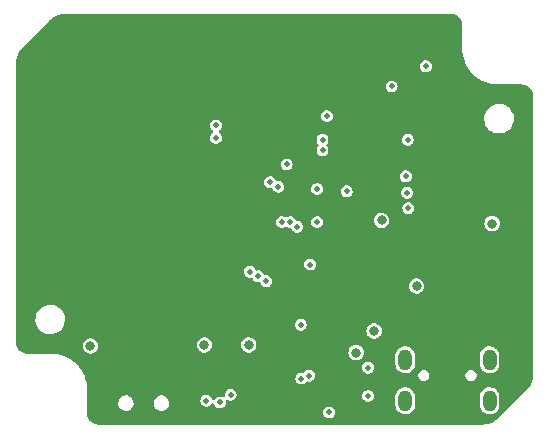
<source format=gbr>
%TF.GenerationSoftware,KiCad,Pcbnew,7.0.1*%
%TF.CreationDate,2024-02-15T14:19:22+01:00*%
%TF.ProjectId,stm32f405-sensorleap-v1,73746d33-3266-4343-9035-2d73656e736f,rev?*%
%TF.SameCoordinates,Original*%
%TF.FileFunction,Copper,L3,Inr*%
%TF.FilePolarity,Positive*%
%FSLAX46Y46*%
G04 Gerber Fmt 4.6, Leading zero omitted, Abs format (unit mm)*
G04 Created by KiCad (PCBNEW 7.0.1) date 2024-02-15 14:19:22*
%MOMM*%
%LPD*%
G01*
G04 APERTURE LIST*
%TA.AperFunction,ComponentPad*%
%ADD10O,1.150000X1.800000*%
%TD*%
%TA.AperFunction,ViaPad*%
%ADD11C,0.800000*%
%TD*%
%TA.AperFunction,ViaPad*%
%ADD12C,0.609600*%
%TD*%
%TA.AperFunction,ViaPad*%
%ADD13C,0.500000*%
%TD*%
G04 APERTURE END LIST*
D10*
%TO.N,unconnected-(J402-Shield-Pad6)*%
%TO.C,J402*%
X133050000Y-129416029D03*
X133050000Y-132886029D03*
X140200000Y-129416029D03*
X140200000Y-132886029D03*
%TD*%
D11*
%TO.N,GND*%
X131200000Y-128148529D03*
X132113940Y-115773529D03*
X116653616Y-122923529D03*
X115503616Y-122923529D03*
X114528616Y-117498529D03*
X133908940Y-112123529D03*
D12*
X111113940Y-122248529D03*
X111113940Y-121248529D03*
X111113940Y-120248529D03*
X111113940Y-119248529D03*
X111113940Y-118248529D03*
X111113940Y-117248529D03*
X112153616Y-116248529D03*
X113153616Y-116248529D03*
X114153616Y-116248529D03*
X115153616Y-116248529D03*
X112153616Y-124323529D03*
X113153616Y-124323529D03*
X114153616Y-124323529D03*
D13*
X128513940Y-132273529D03*
X137799440Y-108969529D03*
X111590000Y-107053529D03*
X123513940Y-114973529D03*
X140597880Y-116658529D03*
X102890000Y-110573529D03*
X112690000Y-111173529D03*
X108400000Y-103717529D03*
X103000000Y-102200000D03*
X140513940Y-127273529D03*
X112400000Y-100517529D03*
X121513940Y-104273529D03*
X109130000Y-105253529D03*
X121013940Y-114973529D03*
D11*
X135613940Y-119698529D03*
D13*
X109990000Y-112073529D03*
X109990000Y-111173529D03*
X103913940Y-120723529D03*
X109513940Y-129273529D03*
X131800000Y-133900000D03*
X111090000Y-105553529D03*
X114000000Y-101317529D03*
X109130000Y-104653529D03*
X105490000Y-113073529D03*
X109630000Y-107353529D03*
X108400000Y-101317529D03*
X107000000Y-105173529D03*
D11*
X141000000Y-120100000D03*
D13*
X136300000Y-102200000D03*
X124397500Y-106419529D03*
X127413940Y-120923529D03*
D12*
X111113940Y-123248529D03*
D13*
X112400000Y-101317529D03*
X106800000Y-103717529D03*
X134400000Y-131923529D03*
X113200000Y-100517529D03*
D11*
X139463940Y-121098529D03*
X143000000Y-120400000D03*
D13*
X101013940Y-122673529D03*
X107600000Y-101317529D03*
X128513940Y-112273529D03*
D11*
X134363940Y-120898529D03*
X130413940Y-113073529D03*
D13*
X112690000Y-112073529D03*
X119900000Y-123948529D03*
X107600000Y-102917529D03*
X112400000Y-102917529D03*
X133663940Y-109723529D03*
X105513940Y-102217529D03*
X121563940Y-126373529D03*
X103000000Y-105173529D03*
X111790000Y-111173529D03*
X106240000Y-110343529D03*
X114040000Y-107123529D03*
X111790000Y-112073529D03*
X111590000Y-106453529D03*
X109130000Y-105853529D03*
X137950000Y-128273529D03*
X108400000Y-100517529D03*
X121413940Y-117873529D03*
X111590000Y-105853529D03*
X127400000Y-122800000D03*
D11*
X112153940Y-123193529D03*
D13*
X108813940Y-115148529D03*
X109130000Y-106453529D03*
D11*
X137913940Y-119048529D03*
D13*
X107913940Y-126673529D03*
X107600000Y-103717529D03*
X113200000Y-102117529D03*
X103213940Y-113548529D03*
X108400000Y-102917529D03*
X114000000Y-100517529D03*
X106800000Y-100517529D03*
X105240000Y-110343529D03*
X114990000Y-107173529D03*
X128797500Y-108319529D03*
X105000000Y-105173529D03*
X115513940Y-102217529D03*
X112400000Y-103717529D03*
X114000000Y-103717529D03*
X112990000Y-105173529D03*
X109013940Y-119073529D03*
X107600000Y-100517529D03*
X118513940Y-108217529D03*
X127000000Y-129848529D03*
X131893440Y-104969529D03*
X110890000Y-112073529D03*
X112513940Y-129773529D03*
X111090000Y-106753529D03*
X110890000Y-111173529D03*
X121513940Y-107273529D03*
X140597880Y-115358529D03*
X106800000Y-102117529D03*
X113200000Y-102917529D03*
X111590000Y-105253529D03*
X114900000Y-111600000D03*
X113200000Y-103717529D03*
X111090000Y-104953529D03*
X116263940Y-127173529D03*
X111590000Y-104653529D03*
X136193440Y-104369529D03*
X103913940Y-119173529D03*
X133314940Y-112589529D03*
X113200000Y-101317529D03*
X106800000Y-102917529D03*
X128797500Y-105619529D03*
X109630000Y-106753529D03*
X109630000Y-105553529D03*
X109630000Y-106153529D03*
X140597880Y-112858529D03*
X111090000Y-106153529D03*
X121400000Y-119500000D03*
X124313940Y-132873529D03*
X109630000Y-104953529D03*
X132013940Y-109573529D03*
X112400000Y-102117529D03*
X101013940Y-118573529D03*
X114900000Y-113873529D03*
X128013940Y-108573529D03*
X108400000Y-102117529D03*
X111090000Y-107353529D03*
X101013940Y-111248529D03*
X107600000Y-102117529D03*
X114000000Y-102117529D03*
X109130000Y-107053529D03*
X114000000Y-102917529D03*
X106800000Y-101317529D03*
X118513940Y-105217529D03*
X118613940Y-134123529D03*
D11*
%TO.N,+3V3*%
X128903616Y-128798529D03*
X131053616Y-117602145D03*
X119800000Y-128148529D03*
X116050000Y-128148529D03*
X106400000Y-128248529D03*
X140413940Y-117873529D03*
X130413940Y-126973529D03*
X134013940Y-123173529D03*
D13*
%TO.N,NRST*%
X125000000Y-121348529D03*
X133113940Y-113873529D03*
%TO.N,Net-(D201-RK)*%
X126613940Y-133873529D03*
X129913940Y-132473529D03*
%TO.N,BOOT0*%
X122600000Y-117748529D03*
X118263940Y-132373529D03*
%TO.N,I2C1_SCL*%
X133261440Y-110794529D03*
X122313940Y-114773529D03*
X126047500Y-111669529D03*
%TO.N,I2C1_SDA*%
X121613940Y-114373529D03*
X126047500Y-110769529D03*
%TO.N,TIM3_CH1*%
X129913940Y-130073529D03*
X125600000Y-117748529D03*
%TO.N,TIM3_CH2*%
X123900000Y-118148529D03*
X124250000Y-130998529D03*
%TO.N,TIM4_CH1*%
X123300000Y-117748529D03*
X124900000Y-130748529D03*
%TO.N,SWCLK*%
X133313940Y-116573529D03*
X128100000Y-115148529D03*
%TO.N,SWO*%
X133213940Y-115273529D03*
X125600000Y-114948529D03*
%TO.N,IRQ_DW*%
X124200000Y-126448529D03*
X123013940Y-112873529D03*
%TO.N,INT_GYR*%
X131893440Y-106269529D03*
X120600000Y-122348529D03*
%TO.N,INT_ACC*%
X121300000Y-122748529D03*
X134799440Y-104569529D03*
%TO.N,Net-(D1-A)*%
X116213940Y-132873529D03*
X117013940Y-110617529D03*
%TO.N,Net-(D2-A)*%
X117013940Y-109567529D03*
X117363940Y-133023529D03*
%TO.N,IRQ_MM350*%
X126413940Y-108773529D03*
X119900000Y-121948529D03*
%TD*%
%TA.AperFunction,Conductor*%
%TO.N,GND*%
G36*
X136905392Y-100100972D02*
G01*
X136917433Y-100102025D01*
X136944880Y-100104426D01*
X136945961Y-100104526D01*
X137071776Y-100116918D01*
X137091685Y-100120541D01*
X137156467Y-100137899D01*
X137160203Y-100138966D01*
X137251570Y-100166682D01*
X137267959Y-100172952D01*
X137333867Y-100203686D01*
X137339867Y-100206685D01*
X137382639Y-100229548D01*
X137419046Y-100249008D01*
X137431715Y-100256791D01*
X137492889Y-100299625D01*
X137500430Y-100305346D01*
X137568455Y-100361172D01*
X137577472Y-100369345D01*
X137630653Y-100422526D01*
X137638826Y-100431543D01*
X137694652Y-100499568D01*
X137700373Y-100507109D01*
X137743207Y-100568283D01*
X137750990Y-100580952D01*
X137793304Y-100660114D01*
X137796328Y-100666163D01*
X137827041Y-100732027D01*
X137833319Y-100748436D01*
X137861008Y-100839713D01*
X137862123Y-100843616D01*
X137879454Y-100908298D01*
X137883082Y-100928238D01*
X137895456Y-101053882D01*
X137895581Y-101055223D01*
X137899028Y-101094604D01*
X137899500Y-101105416D01*
X137899500Y-103099500D01*
X137899500Y-103100000D01*
X137899500Y-103257250D01*
X137926511Y-103514244D01*
X137932375Y-103570031D01*
X137997761Y-103877649D01*
X138094947Y-104176761D01*
X138222865Y-104464066D01*
X138380112Y-104736428D01*
X138564975Y-104990870D01*
X138775413Y-105224586D01*
X139009129Y-105435024D01*
X139009132Y-105435026D01*
X139009133Y-105435027D01*
X139263568Y-105619885D01*
X139535932Y-105777134D01*
X139677535Y-105840180D01*
X139823238Y-105905052D01*
X139823240Y-105905052D01*
X139823241Y-105905053D01*
X140122348Y-106002238D01*
X140429974Y-106067626D01*
X140742750Y-106100500D01*
X140899901Y-106100500D01*
X140900000Y-106100500D01*
X140900500Y-106100500D01*
X142894587Y-106100500D01*
X142905392Y-106100972D01*
X142917433Y-106102025D01*
X142944880Y-106104426D01*
X142945961Y-106104526D01*
X143071776Y-106116918D01*
X143091685Y-106120541D01*
X143156467Y-106137899D01*
X143160203Y-106138966D01*
X143251570Y-106166682D01*
X143267959Y-106172952D01*
X143333867Y-106203686D01*
X143339867Y-106206685D01*
X143382639Y-106229548D01*
X143419046Y-106249008D01*
X143431715Y-106256791D01*
X143492889Y-106299625D01*
X143500430Y-106305346D01*
X143568455Y-106361172D01*
X143577472Y-106369345D01*
X143630653Y-106422526D01*
X143638826Y-106431543D01*
X143694652Y-106499568D01*
X143700373Y-106507109D01*
X143743207Y-106568283D01*
X143750990Y-106580952D01*
X143793304Y-106660114D01*
X143796328Y-106666163D01*
X143827041Y-106732027D01*
X143833319Y-106748436D01*
X143861008Y-106839713D01*
X143862123Y-106843616D01*
X143879454Y-106908298D01*
X143883082Y-106928238D01*
X143895456Y-107053882D01*
X143895581Y-107055223D01*
X143899028Y-107094604D01*
X143899500Y-107105416D01*
X143899500Y-130566519D01*
X143899305Y-130573475D01*
X143896542Y-130622653D01*
X143896472Y-130623806D01*
X143884738Y-130802846D01*
X143883251Y-130815509D01*
X143867545Y-130907943D01*
X143866915Y-130911361D01*
X143862096Y-130935591D01*
X143844928Y-131021903D01*
X143840524Y-131044042D01*
X143838060Y-131054180D01*
X143809976Y-131151660D01*
X143808241Y-131157190D01*
X143766986Y-131278724D01*
X143764128Y-131286319D01*
X143724653Y-131381619D01*
X143721304Y-131389010D01*
X143664531Y-131504133D01*
X143661847Y-131509269D01*
X143612783Y-131598045D01*
X143607357Y-131606955D01*
X143532190Y-131719451D01*
X143530218Y-131722316D01*
X143475971Y-131798770D01*
X143468069Y-131808774D01*
X143349866Y-131943558D01*
X143349100Y-131944423D01*
X143316235Y-131981201D01*
X143311353Y-131986359D01*
X140980915Y-134311442D01*
X140975962Y-134316120D01*
X140938765Y-134349361D01*
X140937904Y-134350123D01*
X140803549Y-134467968D01*
X140793538Y-134475876D01*
X140716413Y-134530599D01*
X140713549Y-134532571D01*
X140601770Y-134607260D01*
X140592859Y-134612686D01*
X140503589Y-134662023D01*
X140498452Y-134664708D01*
X140383880Y-134721207D01*
X140376489Y-134724555D01*
X140280718Y-134764224D01*
X140273123Y-134767083D01*
X140152164Y-134808141D01*
X140146632Y-134809875D01*
X140048619Y-134838110D01*
X140038483Y-134840574D01*
X139906596Y-134866805D01*
X139903184Y-134867434D01*
X139887486Y-134870101D01*
X139809971Y-134883269D01*
X139797310Y-134884755D01*
X139620377Y-134896346D01*
X139619225Y-134896416D01*
X139574417Y-134898932D01*
X139567781Y-134899305D01*
X139560837Y-134899500D01*
X107105416Y-134899500D01*
X107094606Y-134899028D01*
X107092001Y-134898800D01*
X107055223Y-134895581D01*
X107053882Y-134895456D01*
X106928238Y-134883082D01*
X106908298Y-134879454D01*
X106843616Y-134862123D01*
X106839713Y-134861008D01*
X106748436Y-134833319D01*
X106732027Y-134827041D01*
X106666163Y-134796328D01*
X106660114Y-134793304D01*
X106580952Y-134750990D01*
X106568283Y-134743207D01*
X106507109Y-134700373D01*
X106499568Y-134694652D01*
X106431543Y-134638826D01*
X106422526Y-134630653D01*
X106369345Y-134577472D01*
X106361172Y-134568455D01*
X106305346Y-134500430D01*
X106299625Y-134492889D01*
X106256791Y-134431715D01*
X106249008Y-134419046D01*
X106211760Y-134349361D01*
X106206685Y-134339867D01*
X106203686Y-134333867D01*
X106172952Y-134267959D01*
X106166682Y-134251570D01*
X106138966Y-134160203D01*
X106137899Y-134156467D01*
X106120541Y-134091685D01*
X106116918Y-134071776D01*
X106104526Y-133945961D01*
X106104426Y-133944880D01*
X106100972Y-133905392D01*
X106100500Y-133894587D01*
X106100500Y-133873529D01*
X126108293Y-133873529D01*
X126128774Y-134015986D01*
X126188563Y-134146903D01*
X126282810Y-134255670D01*
X126282812Y-134255672D01*
X126403887Y-134333482D01*
X126541979Y-134374029D01*
X126685901Y-134374029D01*
X126823993Y-134333482D01*
X126945068Y-134255672D01*
X127039317Y-134146902D01*
X127099105Y-134015986D01*
X127119587Y-133873529D01*
X127099105Y-133731072D01*
X127093409Y-133718600D01*
X127039316Y-133600154D01*
X126945069Y-133491387D01*
X126945068Y-133491386D01*
X126823993Y-133413576D01*
X126685901Y-133373029D01*
X126541979Y-133373029D01*
X126403887Y-133413576D01*
X126282810Y-133491387D01*
X126188563Y-133600154D01*
X126128774Y-133731071D01*
X126108293Y-133873529D01*
X106100500Y-133873529D01*
X106100500Y-133042362D01*
X108745623Y-133042362D01*
X108755943Y-133206387D01*
X108755944Y-133206389D01*
X108806732Y-133362700D01*
X108834002Y-133405670D01*
X108894797Y-133501469D01*
X108956797Y-133559690D01*
X109014607Y-133613977D01*
X109158632Y-133693156D01*
X109158634Y-133693157D01*
X109317821Y-133734029D01*
X109317823Y-133734029D01*
X109440925Y-133734029D01*
X109440927Y-133734029D01*
X109563059Y-133718600D01*
X109639464Y-133688348D01*
X109715871Y-133658097D01*
X109848837Y-133561492D01*
X109953600Y-133434855D01*
X110023579Y-133286142D01*
X110054376Y-133124699D01*
X110049196Y-133042362D01*
X111745623Y-133042362D01*
X111755943Y-133206387D01*
X111755944Y-133206389D01*
X111806732Y-133362700D01*
X111834002Y-133405670D01*
X111894797Y-133501469D01*
X111956797Y-133559690D01*
X112014607Y-133613977D01*
X112158632Y-133693156D01*
X112158634Y-133693157D01*
X112317821Y-133734029D01*
X112317823Y-133734029D01*
X112440925Y-133734029D01*
X112440927Y-133734029D01*
X112563059Y-133718600D01*
X112639464Y-133688348D01*
X112715871Y-133658097D01*
X112848837Y-133561492D01*
X112953600Y-133434855D01*
X113023579Y-133286142D01*
X113054376Y-133124699D01*
X113044056Y-132960669D01*
X113015742Y-132873528D01*
X115708293Y-132873528D01*
X115728774Y-133015986D01*
X115788563Y-133146903D01*
X115840108Y-133206389D01*
X115882812Y-133255672D01*
X116003887Y-133333482D01*
X116141979Y-133374029D01*
X116285901Y-133374029D01*
X116423993Y-133333482D01*
X116545068Y-133255672D01*
X116639317Y-133146902D01*
X116643919Y-133136826D01*
X116683827Y-133088019D01*
X116742578Y-133065145D01*
X116804982Y-133074117D01*
X116854908Y-133112616D01*
X116870732Y-133150058D01*
X116871368Y-133149768D01*
X116938563Y-133296903D01*
X117018828Y-133389534D01*
X117032812Y-133405672D01*
X117153887Y-133483482D01*
X117291979Y-133524029D01*
X117435901Y-133524029D01*
X117573993Y-133483482D01*
X117695068Y-133405672D01*
X117789317Y-133296902D01*
X117808093Y-133255789D01*
X132224500Y-133255789D01*
X132239045Y-133389533D01*
X132296377Y-133559690D01*
X132388949Y-133713546D01*
X132405550Y-133731071D01*
X132512431Y-133843904D01*
X132556125Y-133873529D01*
X132661047Y-133944669D01*
X132827850Y-134011129D01*
X132827853Y-134011130D01*
X133005045Y-134040179D01*
X133184339Y-134030458D01*
X133357351Y-133982422D01*
X133515992Y-133898315D01*
X133652843Y-133782073D01*
X133761507Y-133639128D01*
X133761506Y-133639128D01*
X133761508Y-133639127D01*
X133836900Y-133476169D01*
X133836899Y-133476169D01*
X133836901Y-133476167D01*
X133875500Y-133300808D01*
X133875500Y-133255789D01*
X139374500Y-133255789D01*
X139389045Y-133389533D01*
X139446377Y-133559690D01*
X139538949Y-133713546D01*
X139555550Y-133731071D01*
X139662431Y-133843904D01*
X139706125Y-133873529D01*
X139811047Y-133944669D01*
X139977850Y-134011129D01*
X139977853Y-134011130D01*
X140155045Y-134040179D01*
X140334339Y-134030458D01*
X140507351Y-133982422D01*
X140665992Y-133898315D01*
X140802843Y-133782073D01*
X140911507Y-133639128D01*
X140911506Y-133639128D01*
X140911508Y-133639127D01*
X140986900Y-133476169D01*
X140986899Y-133476169D01*
X140986901Y-133476167D01*
X141025500Y-133300808D01*
X141025500Y-132516269D01*
X141010954Y-132382524D01*
X140953622Y-132212367D01*
X140886107Y-132100156D01*
X140861050Y-132058511D01*
X140791006Y-131984567D01*
X140737569Y-131928154D01*
X140695899Y-131899901D01*
X140588952Y-131827388D01*
X140422149Y-131760928D01*
X140351270Y-131749308D01*
X140244955Y-131731879D01*
X140244952Y-131731879D01*
X140065660Y-131741599D01*
X139892649Y-131789635D01*
X139734008Y-131873742D01*
X139597156Y-131989985D01*
X139488491Y-132132930D01*
X139413099Y-132295888D01*
X139374500Y-132471250D01*
X139374500Y-133255789D01*
X133875500Y-133255789D01*
X133875500Y-132516269D01*
X133860954Y-132382524D01*
X133803622Y-132212367D01*
X133736107Y-132100156D01*
X133711050Y-132058511D01*
X133641006Y-131984567D01*
X133587569Y-131928154D01*
X133545899Y-131899901D01*
X133438952Y-131827388D01*
X133272149Y-131760928D01*
X133201270Y-131749308D01*
X133094955Y-131731879D01*
X133094952Y-131731879D01*
X132915660Y-131741599D01*
X132742649Y-131789635D01*
X132584008Y-131873742D01*
X132447156Y-131989985D01*
X132338491Y-132132930D01*
X132263099Y-132295888D01*
X132224500Y-132471250D01*
X132224500Y-133255789D01*
X117808093Y-133255789D01*
X117849105Y-133165986D01*
X117869587Y-133023529D01*
X117859359Y-132952390D01*
X117869303Y-132883232D01*
X117915058Y-132830428D01*
X117982097Y-132810744D01*
X118049135Y-132830428D01*
X118053887Y-132833482D01*
X118191979Y-132874029D01*
X118335901Y-132874029D01*
X118473993Y-132833482D01*
X118595068Y-132755672D01*
X118689317Y-132646902D01*
X118749105Y-132515986D01*
X118755209Y-132473529D01*
X129408293Y-132473529D01*
X129428774Y-132615986D01*
X129488563Y-132746903D01*
X129563584Y-132833482D01*
X129582812Y-132855672D01*
X129703887Y-132933482D01*
X129841979Y-132974029D01*
X129985901Y-132974029D01*
X130123993Y-132933482D01*
X130245068Y-132855672D01*
X130339317Y-132746902D01*
X130399105Y-132615986D01*
X130419587Y-132473529D01*
X130399105Y-132331072D01*
X130383038Y-132295891D01*
X130339316Y-132200154D01*
X130245069Y-132091387D01*
X130245068Y-132091386D01*
X130123993Y-132013576D01*
X129985901Y-131973029D01*
X129841979Y-131973029D01*
X129703887Y-132013576D01*
X129582810Y-132091387D01*
X129488563Y-132200154D01*
X129428774Y-132331071D01*
X129408293Y-132473529D01*
X118755209Y-132473529D01*
X118769587Y-132373529D01*
X118749105Y-132231072D01*
X118689317Y-132100156D01*
X118689316Y-132100155D01*
X118689316Y-132100154D01*
X118595069Y-131991387D01*
X118595068Y-131991386D01*
X118473993Y-131913576D01*
X118335901Y-131873029D01*
X118191979Y-131873029D01*
X118053887Y-131913576D01*
X117932810Y-131991387D01*
X117838563Y-132100154D01*
X117778774Y-132231071D01*
X117758293Y-132373529D01*
X117768520Y-132444668D01*
X117758576Y-132513825D01*
X117712821Y-132566629D01*
X117645782Y-132586313D01*
X117578744Y-132566629D01*
X117573994Y-132563576D01*
X117435901Y-132523029D01*
X117291979Y-132523029D01*
X117153887Y-132563576D01*
X117032810Y-132641387D01*
X116938561Y-132750156D01*
X116933958Y-132760236D01*
X116894047Y-132809042D01*
X116835295Y-132831912D01*
X116772890Y-132822937D01*
X116722966Y-132784435D01*
X116707148Y-132746999D01*
X116706512Y-132747290D01*
X116639316Y-132600154D01*
X116545069Y-132491387D01*
X116545068Y-132491386D01*
X116423993Y-132413576D01*
X116285901Y-132373029D01*
X116141979Y-132373029D01*
X116003887Y-132413576D01*
X115882810Y-132491387D01*
X115788563Y-132600154D01*
X115728774Y-132731071D01*
X115708293Y-132873528D01*
X113015742Y-132873528D01*
X112993268Y-132804358D01*
X112939392Y-132719463D01*
X112905202Y-132665588D01*
X112785393Y-132553081D01*
X112641365Y-132473900D01*
X112482179Y-132433029D01*
X112482177Y-132433029D01*
X112359075Y-132433029D01*
X112359073Y-132433029D01*
X112236940Y-132448457D01*
X112084129Y-132508960D01*
X111951165Y-132605563D01*
X111846399Y-132732204D01*
X111798742Y-132833481D01*
X111776421Y-132880916D01*
X111761207Y-132960669D01*
X111745623Y-133042362D01*
X110049196Y-133042362D01*
X110044056Y-132960669D01*
X109993268Y-132804358D01*
X109939392Y-132719463D01*
X109905202Y-132665588D01*
X109785393Y-132553081D01*
X109641365Y-132473900D01*
X109482179Y-132433029D01*
X109482177Y-132433029D01*
X109359075Y-132433029D01*
X109359073Y-132433029D01*
X109236940Y-132448457D01*
X109084129Y-132508960D01*
X108951165Y-132605563D01*
X108846399Y-132732204D01*
X108798742Y-132833481D01*
X108776421Y-132880916D01*
X108761207Y-132960669D01*
X108745623Y-133042362D01*
X106100500Y-133042362D01*
X106100500Y-131742753D01*
X106099357Y-131731879D01*
X106067626Y-131429974D01*
X106002238Y-131122348D01*
X105962007Y-130998528D01*
X123744353Y-130998528D01*
X123764834Y-131140986D01*
X123824623Y-131271903D01*
X123918870Y-131380670D01*
X123918872Y-131380672D01*
X124039947Y-131458482D01*
X124178039Y-131499029D01*
X124321961Y-131499029D01*
X124460053Y-131458482D01*
X124581128Y-131380672D01*
X124669957Y-131278156D01*
X124706846Y-131249147D01*
X124751880Y-131235923D01*
X124798598Y-131240384D01*
X124828039Y-131249029D01*
X124971961Y-131249029D01*
X125110053Y-131208482D01*
X125231128Y-131130672D01*
X125325377Y-131021902D01*
X125385165Y-130890986D01*
X125397615Y-130804396D01*
X134149500Y-130804396D01*
X134188022Y-130935591D01*
X134261943Y-131050616D01*
X134365282Y-131140159D01*
X134489657Y-131196960D01*
X134590989Y-131211529D01*
X134659011Y-131211529D01*
X134760342Y-131196960D01*
X134760341Y-131196960D01*
X134884718Y-131140159D01*
X134988055Y-131050618D01*
X135061978Y-130935590D01*
X135100500Y-130804396D01*
X138149500Y-130804396D01*
X138188022Y-130935591D01*
X138261943Y-131050616D01*
X138365282Y-131140159D01*
X138489657Y-131196960D01*
X138590989Y-131211529D01*
X138659011Y-131211529D01*
X138760342Y-131196960D01*
X138760341Y-131196960D01*
X138884718Y-131140159D01*
X138988055Y-131050618D01*
X139061978Y-130935590D01*
X139100500Y-130804396D01*
X139100500Y-130667662D01*
X139061978Y-130536468D01*
X139060059Y-130533482D01*
X138988056Y-130421441D01*
X138884717Y-130331898D01*
X138760342Y-130275097D01*
X138659011Y-130260529D01*
X138590989Y-130260529D01*
X138489657Y-130275097D01*
X138365282Y-130331898D01*
X138261943Y-130421441D01*
X138188022Y-130536466D01*
X138149500Y-130667662D01*
X138149500Y-130804396D01*
X135100500Y-130804396D01*
X135100500Y-130667662D01*
X135061978Y-130536468D01*
X135060059Y-130533482D01*
X134988056Y-130421441D01*
X134884717Y-130331898D01*
X134760342Y-130275097D01*
X134659011Y-130260529D01*
X134590989Y-130260529D01*
X134489657Y-130275097D01*
X134365282Y-130331898D01*
X134261943Y-130421441D01*
X134188022Y-130536466D01*
X134149500Y-130667662D01*
X134149500Y-130804396D01*
X125397615Y-130804396D01*
X125405647Y-130748529D01*
X125385165Y-130606072D01*
X125370531Y-130574029D01*
X125325376Y-130475154D01*
X125231129Y-130366387D01*
X125231128Y-130366386D01*
X125110053Y-130288576D01*
X124971961Y-130248029D01*
X124828039Y-130248029D01*
X124689947Y-130288576D01*
X124568871Y-130366385D01*
X124480045Y-130468898D01*
X124421267Y-130506672D01*
X124351398Y-130506672D01*
X124321962Y-130498029D01*
X124321961Y-130498029D01*
X124178039Y-130498029D01*
X124039947Y-130538576D01*
X123918870Y-130616387D01*
X123824623Y-130725154D01*
X123764834Y-130856071D01*
X123744353Y-130998528D01*
X105962007Y-130998528D01*
X105905053Y-130823241D01*
X105901610Y-130815509D01*
X105812955Y-130616387D01*
X105777134Y-130535932D01*
X105647889Y-130312072D01*
X105619887Y-130263571D01*
X105585314Y-130215986D01*
X105481813Y-130073529D01*
X129408293Y-130073529D01*
X129428774Y-130215986D01*
X129488563Y-130346903D01*
X129559107Y-130428315D01*
X129582812Y-130455672D01*
X129703887Y-130533482D01*
X129841979Y-130574029D01*
X129985901Y-130574029D01*
X130123993Y-130533482D01*
X130245068Y-130455672D01*
X130339317Y-130346902D01*
X130399105Y-130215986D01*
X130419587Y-130073529D01*
X130399105Y-129931072D01*
X130393835Y-129919533D01*
X130339316Y-129800154D01*
X130326869Y-129785789D01*
X132224500Y-129785789D01*
X132239045Y-129919533D01*
X132296377Y-130089690D01*
X132388949Y-130243546D01*
X132418837Y-130275098D01*
X132512431Y-130373904D01*
X132551289Y-130400250D01*
X132661047Y-130474669D01*
X132827850Y-130541129D01*
X132827853Y-130541130D01*
X133005045Y-130570179D01*
X133184339Y-130560458D01*
X133357351Y-130512422D01*
X133515992Y-130428315D01*
X133652843Y-130312073D01*
X133761507Y-130169128D01*
X133761506Y-130169128D01*
X133761508Y-130169127D01*
X133836900Y-130006169D01*
X133836899Y-130006169D01*
X133836901Y-130006167D01*
X133875500Y-129830808D01*
X133875500Y-129785789D01*
X139374500Y-129785789D01*
X139389045Y-129919533D01*
X139446377Y-130089690D01*
X139538949Y-130243546D01*
X139568837Y-130275098D01*
X139662431Y-130373904D01*
X139701289Y-130400250D01*
X139811047Y-130474669D01*
X139977850Y-130541129D01*
X139977853Y-130541130D01*
X140155045Y-130570179D01*
X140334339Y-130560458D01*
X140507351Y-130512422D01*
X140665992Y-130428315D01*
X140802843Y-130312073D01*
X140911507Y-130169128D01*
X140911506Y-130169128D01*
X140911508Y-130169127D01*
X140986900Y-130006169D01*
X140986899Y-130006169D01*
X140986901Y-130006167D01*
X141025500Y-129830808D01*
X141025500Y-129046269D01*
X141010954Y-128912524D01*
X140953622Y-128742367D01*
X140920797Y-128687812D01*
X140861050Y-128588511D01*
X140796138Y-128519985D01*
X140737569Y-128458154D01*
X140679889Y-128419046D01*
X140588952Y-128357388D01*
X140422149Y-128290928D01*
X140351270Y-128279308D01*
X140244955Y-128261879D01*
X140244952Y-128261879D01*
X140065660Y-128271599D01*
X139892649Y-128319635D01*
X139734008Y-128403742D01*
X139597156Y-128519985D01*
X139488491Y-128662930D01*
X139413099Y-128825888D01*
X139374500Y-129001250D01*
X139374500Y-129785789D01*
X133875500Y-129785789D01*
X133875500Y-129046269D01*
X133860954Y-128912524D01*
X133803622Y-128742367D01*
X133770797Y-128687812D01*
X133711050Y-128588511D01*
X133646138Y-128519985D01*
X133587569Y-128458154D01*
X133529889Y-128419046D01*
X133438952Y-128357388D01*
X133272149Y-128290928D01*
X133201270Y-128279308D01*
X133094955Y-128261879D01*
X133094952Y-128261879D01*
X132915660Y-128271599D01*
X132742649Y-128319635D01*
X132584008Y-128403742D01*
X132447156Y-128519985D01*
X132338491Y-128662930D01*
X132263099Y-128825888D01*
X132224500Y-129001250D01*
X132224500Y-129785789D01*
X130326869Y-129785789D01*
X130245069Y-129691387D01*
X130245068Y-129691386D01*
X130123993Y-129613576D01*
X129985901Y-129573029D01*
X129841979Y-129573029D01*
X129703887Y-129613576D01*
X129582810Y-129691387D01*
X129488563Y-129800154D01*
X129428774Y-129931071D01*
X129408293Y-130073529D01*
X105481813Y-130073529D01*
X105435027Y-130009133D01*
X105435026Y-130009132D01*
X105435024Y-130009129D01*
X105224586Y-129775413D01*
X104990870Y-129564975D01*
X104736428Y-129380112D01*
X104464066Y-129222865D01*
X104176761Y-129094947D01*
X103877649Y-128997761D01*
X103570031Y-128932375D01*
X103570030Y-128932374D01*
X103570026Y-128932374D01*
X103257250Y-128899500D01*
X103257247Y-128899500D01*
X101105416Y-128899500D01*
X101094606Y-128899028D01*
X101092001Y-128898800D01*
X101055223Y-128895581D01*
X101053882Y-128895456D01*
X100928238Y-128883082D01*
X100908298Y-128879454D01*
X100843616Y-128862123D01*
X100839713Y-128861008D01*
X100748436Y-128833319D01*
X100732027Y-128827041D01*
X100666163Y-128796328D01*
X100660114Y-128793304D01*
X100580952Y-128750990D01*
X100568283Y-128743207D01*
X100507109Y-128700373D01*
X100499568Y-128694652D01*
X100431543Y-128638826D01*
X100422526Y-128630653D01*
X100369345Y-128577472D01*
X100361172Y-128568455D01*
X100305346Y-128500430D01*
X100299625Y-128492889D01*
X100256791Y-128431715D01*
X100249008Y-128419046D01*
X100219585Y-128364000D01*
X100206685Y-128339867D01*
X100203686Y-128333867D01*
X100172952Y-128267959D01*
X100166682Y-128251570D01*
X100165760Y-128248529D01*
X105744721Y-128248529D01*
X105763763Y-128405347D01*
X105819780Y-128553052D01*
X105909515Y-128683057D01*
X105909516Y-128683058D01*
X105909517Y-128683059D01*
X106027760Y-128787812D01*
X106167635Y-128861225D01*
X106321015Y-128899029D01*
X106478985Y-128899029D01*
X106632365Y-128861225D01*
X106772240Y-128787812D01*
X106890483Y-128683059D01*
X106980220Y-128553052D01*
X107036237Y-128405347D01*
X107055278Y-128248529D01*
X107043136Y-128148529D01*
X115394721Y-128148529D01*
X115413763Y-128305347D01*
X115469780Y-128453052D01*
X115559515Y-128583057D01*
X115559516Y-128583058D01*
X115559517Y-128583059D01*
X115677760Y-128687812D01*
X115817635Y-128761225D01*
X115971015Y-128799029D01*
X116128985Y-128799029D01*
X116282365Y-128761225D01*
X116422240Y-128687812D01*
X116540483Y-128583059D01*
X116630220Y-128453052D01*
X116686237Y-128305347D01*
X116705278Y-128148529D01*
X119144721Y-128148529D01*
X119163763Y-128305347D01*
X119219780Y-128453052D01*
X119309515Y-128583057D01*
X119309516Y-128583058D01*
X119309517Y-128583059D01*
X119427760Y-128687812D01*
X119567635Y-128761225D01*
X119721015Y-128799029D01*
X119878985Y-128799029D01*
X119881014Y-128798529D01*
X128248337Y-128798529D01*
X128267379Y-128955347D01*
X128323396Y-129103052D01*
X128413131Y-129233057D01*
X128413132Y-129233058D01*
X128413133Y-129233059D01*
X128531376Y-129337812D01*
X128671251Y-129411225D01*
X128824631Y-129449029D01*
X128982601Y-129449029D01*
X129135981Y-129411225D01*
X129275856Y-129337812D01*
X129394099Y-129233059D01*
X129483836Y-129103052D01*
X129539853Y-128955347D01*
X129558894Y-128798529D01*
X129539853Y-128641711D01*
X129483836Y-128494006D01*
X129394099Y-128363999D01*
X129275856Y-128259246D01*
X129242709Y-128241849D01*
X129135980Y-128185832D01*
X128982601Y-128148029D01*
X128824631Y-128148029D01*
X128671251Y-128185832D01*
X128531377Y-128259245D01*
X128413131Y-128364000D01*
X128323396Y-128494005D01*
X128267379Y-128641710D01*
X128248337Y-128798529D01*
X119881014Y-128798529D01*
X120032365Y-128761225D01*
X120172240Y-128687812D01*
X120290483Y-128583059D01*
X120380220Y-128453052D01*
X120436237Y-128305347D01*
X120455278Y-128148529D01*
X120436237Y-127991711D01*
X120380220Y-127844006D01*
X120290483Y-127713999D01*
X120172240Y-127609246D01*
X120128378Y-127586225D01*
X120032364Y-127535832D01*
X119878985Y-127498029D01*
X119721015Y-127498029D01*
X119567635Y-127535832D01*
X119427761Y-127609245D01*
X119309515Y-127714000D01*
X119219780Y-127844005D01*
X119163763Y-127991710D01*
X119144721Y-128148529D01*
X116705278Y-128148529D01*
X116686237Y-127991711D01*
X116630220Y-127844006D01*
X116540483Y-127713999D01*
X116422240Y-127609246D01*
X116378378Y-127586225D01*
X116282364Y-127535832D01*
X116128985Y-127498029D01*
X115971015Y-127498029D01*
X115817635Y-127535832D01*
X115677761Y-127609245D01*
X115559515Y-127714000D01*
X115469780Y-127844005D01*
X115413763Y-127991710D01*
X115394721Y-128148529D01*
X107043136Y-128148529D01*
X107036237Y-128091711D01*
X106980220Y-127944006D01*
X106890483Y-127813999D01*
X106772240Y-127709246D01*
X106758994Y-127702294D01*
X106632364Y-127635832D01*
X106478985Y-127598029D01*
X106321015Y-127598029D01*
X106167635Y-127635832D01*
X106027761Y-127709245D01*
X105909515Y-127814000D01*
X105819780Y-127944005D01*
X105763763Y-128091710D01*
X105744721Y-128248529D01*
X100165760Y-128248529D01*
X100138966Y-128160203D01*
X100137899Y-128156467D01*
X100120541Y-128091685D01*
X100116918Y-128071776D01*
X100104526Y-127945961D01*
X100104426Y-127944880D01*
X100100972Y-127905392D01*
X100100500Y-127894587D01*
X100100500Y-126056328D01*
X101745709Y-126056328D01*
X101775925Y-126279388D01*
X101830882Y-126448529D01*
X101845483Y-126493464D01*
X101952148Y-126691681D01*
X102051856Y-126816710D01*
X102062988Y-126830670D01*
X102092492Y-126867666D01*
X102262004Y-127015765D01*
X102262006Y-127015766D01*
X102455237Y-127131216D01*
X102573214Y-127175493D01*
X102665976Y-127210307D01*
X102887453Y-127250500D01*
X103056153Y-127250500D01*
X103056155Y-127250500D01*
X103224188Y-127235377D01*
X103441170Y-127175493D01*
X103643973Y-127077829D01*
X103787530Y-126973529D01*
X129758661Y-126973529D01*
X129777703Y-127130347D01*
X129833720Y-127278052D01*
X129923455Y-127408057D01*
X129923456Y-127408058D01*
X129923457Y-127408059D01*
X130041700Y-127512812D01*
X130181575Y-127586225D01*
X130334955Y-127624029D01*
X130492925Y-127624029D01*
X130646305Y-127586225D01*
X130786180Y-127512812D01*
X130904423Y-127408059D01*
X130994160Y-127278052D01*
X131050177Y-127130347D01*
X131069218Y-126973529D01*
X131050177Y-126816711D01*
X130994160Y-126669006D01*
X130949291Y-126604002D01*
X130904424Y-126539000D01*
X130853024Y-126493464D01*
X130786180Y-126434246D01*
X130698042Y-126387987D01*
X130646304Y-126360832D01*
X130492925Y-126323029D01*
X130334955Y-126323029D01*
X130181575Y-126360832D01*
X130041701Y-126434245D01*
X129923455Y-126539000D01*
X129833720Y-126669005D01*
X129777703Y-126816710D01*
X129758661Y-126973529D01*
X103787530Y-126973529D01*
X103826078Y-126945522D01*
X103981632Y-126782825D01*
X104105635Y-126594968D01*
X104168226Y-126448529D01*
X123694353Y-126448529D01*
X123714834Y-126590986D01*
X123774623Y-126721903D01*
X123868870Y-126830670D01*
X123868872Y-126830672D01*
X123989947Y-126908482D01*
X124128039Y-126949029D01*
X124271961Y-126949029D01*
X124410053Y-126908482D01*
X124531128Y-126830672D01*
X124625377Y-126721902D01*
X124685165Y-126590986D01*
X124705647Y-126448529D01*
X124685165Y-126306072D01*
X124672978Y-126279387D01*
X124625376Y-126175154D01*
X124531129Y-126066387D01*
X124531128Y-126066386D01*
X124410053Y-125988576D01*
X124271961Y-125948029D01*
X124128039Y-125948029D01*
X123989947Y-125988576D01*
X123868870Y-126066387D01*
X123774623Y-126175154D01*
X123714834Y-126306071D01*
X123694353Y-126448529D01*
X104168226Y-126448529D01*
X104194103Y-126387988D01*
X104244191Y-126168537D01*
X104254290Y-125943670D01*
X104224075Y-125720613D01*
X104154517Y-125506536D01*
X104047852Y-125308319D01*
X103907508Y-125132334D01*
X103737996Y-124984235D01*
X103737993Y-124984233D01*
X103544762Y-124868783D01*
X103334025Y-124789693D01*
X103112547Y-124749500D01*
X102943845Y-124749500D01*
X102876631Y-124755549D01*
X102775809Y-124764623D01*
X102558828Y-124824507D01*
X102356027Y-124922170D01*
X102173925Y-125054475D01*
X102018365Y-125217178D01*
X101894365Y-125405031D01*
X101805896Y-125612012D01*
X101755809Y-125831462D01*
X101745709Y-126056328D01*
X100100500Y-126056328D01*
X100100500Y-121948529D01*
X119394353Y-121948529D01*
X119414834Y-122090986D01*
X119474623Y-122221903D01*
X119568870Y-122330670D01*
X119568872Y-122330672D01*
X119689947Y-122408482D01*
X119828039Y-122449029D01*
X119971959Y-122449029D01*
X119971961Y-122449029D01*
X119977952Y-122447269D01*
X120036351Y-122444488D01*
X120089537Y-122468776D01*
X120125680Y-122514734D01*
X120174624Y-122621904D01*
X120268870Y-122730670D01*
X120268872Y-122730672D01*
X120389947Y-122808482D01*
X120528039Y-122849029D01*
X120671959Y-122849029D01*
X120671961Y-122849029D01*
X120677952Y-122847269D01*
X120736351Y-122844488D01*
X120789537Y-122868776D01*
X120825680Y-122914734D01*
X120874624Y-123021904D01*
X120968870Y-123130670D01*
X120968872Y-123130672D01*
X121089947Y-123208482D01*
X121228039Y-123249029D01*
X121371961Y-123249029D01*
X121510053Y-123208482D01*
X121564441Y-123173529D01*
X133358661Y-123173529D01*
X133377703Y-123330347D01*
X133433720Y-123478052D01*
X133523455Y-123608057D01*
X133523456Y-123608058D01*
X133523457Y-123608059D01*
X133641700Y-123712812D01*
X133781575Y-123786225D01*
X133934955Y-123824029D01*
X134092925Y-123824029D01*
X134246305Y-123786225D01*
X134386180Y-123712812D01*
X134504423Y-123608059D01*
X134594160Y-123478052D01*
X134650177Y-123330347D01*
X134669218Y-123173529D01*
X134650177Y-123016711D01*
X134594160Y-122869006D01*
X134504423Y-122738999D01*
X134386180Y-122634246D01*
X134332498Y-122606071D01*
X134246304Y-122560832D01*
X134092925Y-122523029D01*
X133934955Y-122523029D01*
X133781575Y-122560832D01*
X133641701Y-122634245D01*
X133523455Y-122739000D01*
X133433720Y-122869005D01*
X133377703Y-123016710D01*
X133358661Y-123173529D01*
X121564441Y-123173529D01*
X121631128Y-123130672D01*
X121725377Y-123021902D01*
X121785165Y-122890986D01*
X121805647Y-122748529D01*
X121785165Y-122606072D01*
X121764504Y-122560832D01*
X121725376Y-122475154D01*
X121631129Y-122366387D01*
X121631128Y-122366386D01*
X121510053Y-122288576D01*
X121371961Y-122248029D01*
X121228039Y-122248029D01*
X121228037Y-122248029D01*
X121222042Y-122249789D01*
X121163642Y-122252568D01*
X121110460Y-122228280D01*
X121074319Y-122182322D01*
X121025376Y-122075154D01*
X120931129Y-121966387D01*
X120931128Y-121966386D01*
X120810053Y-121888576D01*
X120671961Y-121848029D01*
X120528039Y-121848029D01*
X120528037Y-121848029D01*
X120522042Y-121849789D01*
X120463642Y-121852568D01*
X120410460Y-121828280D01*
X120374319Y-121782322D01*
X120325376Y-121675154D01*
X120231129Y-121566387D01*
X120231128Y-121566386D01*
X120110053Y-121488576D01*
X119971961Y-121448029D01*
X119828039Y-121448029D01*
X119689947Y-121488576D01*
X119568870Y-121566387D01*
X119474623Y-121675154D01*
X119414834Y-121806071D01*
X119394353Y-121948529D01*
X100100500Y-121948529D01*
X100100500Y-121348528D01*
X124494353Y-121348528D01*
X124514834Y-121490986D01*
X124574623Y-121621903D01*
X124620767Y-121675156D01*
X124668872Y-121730672D01*
X124789947Y-121808482D01*
X124928039Y-121849029D01*
X125071961Y-121849029D01*
X125210053Y-121808482D01*
X125331128Y-121730672D01*
X125425377Y-121621902D01*
X125485165Y-121490986D01*
X125505647Y-121348529D01*
X125485165Y-121206072D01*
X125425377Y-121075156D01*
X125425376Y-121075155D01*
X125425376Y-121075154D01*
X125331129Y-120966387D01*
X125331128Y-120966386D01*
X125210053Y-120888576D01*
X125071961Y-120848029D01*
X124928039Y-120848029D01*
X124789947Y-120888576D01*
X124668870Y-120966387D01*
X124574623Y-121075154D01*
X124514834Y-121206071D01*
X124494353Y-121348528D01*
X100100500Y-121348528D01*
X100100500Y-117748529D01*
X122094353Y-117748529D01*
X122114834Y-117890986D01*
X122174623Y-118021903D01*
X122268870Y-118130670D01*
X122268872Y-118130672D01*
X122389947Y-118208482D01*
X122528039Y-118249029D01*
X122671961Y-118249029D01*
X122810053Y-118208482D01*
X122882962Y-118161625D01*
X122926533Y-118144183D01*
X122973467Y-118144183D01*
X123017037Y-118161625D01*
X123089947Y-118208482D01*
X123228039Y-118249029D01*
X123315984Y-118249029D01*
X123383023Y-118268713D01*
X123428778Y-118321517D01*
X123474623Y-118421903D01*
X123563116Y-118524029D01*
X123568872Y-118530672D01*
X123689947Y-118608482D01*
X123828039Y-118649029D01*
X123971961Y-118649029D01*
X124110053Y-118608482D01*
X124231128Y-118530672D01*
X124325377Y-118421902D01*
X124385165Y-118290986D01*
X124405647Y-118148529D01*
X124385165Y-118006072D01*
X124325377Y-117875156D01*
X124325376Y-117875155D01*
X124325376Y-117875154D01*
X124231129Y-117766387D01*
X124231128Y-117766386D01*
X124203342Y-117748529D01*
X125094353Y-117748529D01*
X125114834Y-117890986D01*
X125174623Y-118021903D01*
X125268870Y-118130670D01*
X125268872Y-118130672D01*
X125389947Y-118208482D01*
X125528039Y-118249029D01*
X125671961Y-118249029D01*
X125810053Y-118208482D01*
X125931128Y-118130672D01*
X126025377Y-118021902D01*
X126085165Y-117890986D01*
X126105647Y-117748529D01*
X126085165Y-117606072D01*
X126083371Y-117602144D01*
X130398337Y-117602144D01*
X130417379Y-117758963D01*
X130473396Y-117906668D01*
X130563131Y-118036673D01*
X130563132Y-118036674D01*
X130563133Y-118036675D01*
X130681376Y-118141428D01*
X130821251Y-118214841D01*
X130974631Y-118252645D01*
X131132601Y-118252645D01*
X131285981Y-118214841D01*
X131425856Y-118141428D01*
X131544099Y-118036675D01*
X131633836Y-117906668D01*
X131646404Y-117873528D01*
X139758661Y-117873528D01*
X139777703Y-118030347D01*
X139833720Y-118178052D01*
X139923455Y-118308057D01*
X139923456Y-118308058D01*
X139923457Y-118308059D01*
X140041700Y-118412812D01*
X140181575Y-118486225D01*
X140334955Y-118524029D01*
X140492925Y-118524029D01*
X140646305Y-118486225D01*
X140786180Y-118412812D01*
X140904423Y-118308059D01*
X140994160Y-118178052D01*
X141050177Y-118030347D01*
X141069218Y-117873529D01*
X141050177Y-117716711D01*
X140994160Y-117569006D01*
X140904423Y-117438999D01*
X140786180Y-117334246D01*
X140716398Y-117297621D01*
X140646304Y-117260832D01*
X140492925Y-117223029D01*
X140334955Y-117223029D01*
X140181575Y-117260832D01*
X140041701Y-117334245D01*
X139923455Y-117439000D01*
X139833720Y-117569005D01*
X139777703Y-117716710D01*
X139758661Y-117873528D01*
X131646404Y-117873528D01*
X131689853Y-117758963D01*
X131708894Y-117602145D01*
X131689853Y-117445327D01*
X131633836Y-117297622D01*
X131544099Y-117167615D01*
X131425856Y-117062862D01*
X131369876Y-117033481D01*
X131285980Y-116989448D01*
X131132601Y-116951645D01*
X130974631Y-116951645D01*
X130821251Y-116989448D01*
X130681377Y-117062861D01*
X130563131Y-117167616D01*
X130473396Y-117297621D01*
X130417379Y-117445326D01*
X130398337Y-117602144D01*
X126083371Y-117602144D01*
X126025376Y-117475154D01*
X125931129Y-117366387D01*
X125931128Y-117366386D01*
X125810053Y-117288576D01*
X125671961Y-117248029D01*
X125528039Y-117248029D01*
X125389947Y-117288576D01*
X125268870Y-117366387D01*
X125174623Y-117475154D01*
X125114834Y-117606071D01*
X125094353Y-117748529D01*
X124203342Y-117748529D01*
X124110053Y-117688576D01*
X123971961Y-117648029D01*
X123884016Y-117648029D01*
X123816977Y-117628345D01*
X123771222Y-117575541D01*
X123725376Y-117475154D01*
X123631129Y-117366387D01*
X123631128Y-117366386D01*
X123510053Y-117288576D01*
X123371961Y-117248029D01*
X123228039Y-117248029D01*
X123089947Y-117288576D01*
X123017039Y-117335431D01*
X122950000Y-117355115D01*
X122882961Y-117335431D01*
X122880819Y-117334054D01*
X122810053Y-117288576D01*
X122671961Y-117248029D01*
X122528039Y-117248029D01*
X122389947Y-117288576D01*
X122268870Y-117366387D01*
X122174623Y-117475154D01*
X122114834Y-117606071D01*
X122094353Y-117748529D01*
X100100500Y-117748529D01*
X100100500Y-116573529D01*
X132808293Y-116573529D01*
X132828774Y-116715986D01*
X132888563Y-116846903D01*
X132982810Y-116955670D01*
X132982812Y-116955672D01*
X133103887Y-117033482D01*
X133241979Y-117074029D01*
X133385901Y-117074029D01*
X133523993Y-117033482D01*
X133645068Y-116955672D01*
X133739317Y-116846902D01*
X133799105Y-116715986D01*
X133819587Y-116573529D01*
X133799105Y-116431072D01*
X133739317Y-116300156D01*
X133739316Y-116300155D01*
X133739316Y-116300154D01*
X133645069Y-116191387D01*
X133645068Y-116191386D01*
X133523993Y-116113576D01*
X133385901Y-116073029D01*
X133241979Y-116073029D01*
X133103887Y-116113576D01*
X132982810Y-116191387D01*
X132888563Y-116300154D01*
X132828774Y-116431071D01*
X132808293Y-116573529D01*
X100100500Y-116573529D01*
X100100500Y-114373528D01*
X121108293Y-114373528D01*
X121128774Y-114515986D01*
X121188563Y-114646903D01*
X121224673Y-114688576D01*
X121282812Y-114755672D01*
X121403887Y-114833482D01*
X121541979Y-114874029D01*
X121685899Y-114874029D01*
X121685901Y-114874029D01*
X121691892Y-114872269D01*
X121750291Y-114869488D01*
X121803477Y-114893776D01*
X121839620Y-114939734D01*
X121888564Y-115046904D01*
X121982810Y-115155670D01*
X121982812Y-115155672D01*
X122103887Y-115233482D01*
X122241979Y-115274029D01*
X122385901Y-115274029D01*
X122523993Y-115233482D01*
X122645068Y-115155672D01*
X122739317Y-115046902D01*
X122784243Y-114948529D01*
X125094353Y-114948529D01*
X125114834Y-115090986D01*
X125174623Y-115221903D01*
X125234484Y-115290986D01*
X125268872Y-115330672D01*
X125389947Y-115408482D01*
X125528039Y-115449029D01*
X125671961Y-115449029D01*
X125810053Y-115408482D01*
X125931128Y-115330672D01*
X126025377Y-115221902D01*
X126058886Y-115148529D01*
X127594353Y-115148529D01*
X127614834Y-115290986D01*
X127674623Y-115421903D01*
X127698128Y-115449029D01*
X127768872Y-115530672D01*
X127889947Y-115608482D01*
X128028039Y-115649029D01*
X128171961Y-115649029D01*
X128310053Y-115608482D01*
X128431128Y-115530672D01*
X128525377Y-115421902D01*
X128585165Y-115290986D01*
X128587675Y-115273529D01*
X132708293Y-115273529D01*
X132728774Y-115415986D01*
X132788563Y-115546903D01*
X132877056Y-115649029D01*
X132882812Y-115655672D01*
X133003887Y-115733482D01*
X133141979Y-115774029D01*
X133285901Y-115774029D01*
X133423993Y-115733482D01*
X133545068Y-115655672D01*
X133639317Y-115546902D01*
X133699105Y-115415986D01*
X133719587Y-115273529D01*
X133699105Y-115131072D01*
X133660665Y-115046902D01*
X133639316Y-115000154D01*
X133545069Y-114891387D01*
X133545068Y-114891386D01*
X133423993Y-114813576D01*
X133285901Y-114773029D01*
X133141979Y-114773029D01*
X133003887Y-114813576D01*
X132882810Y-114891387D01*
X132788563Y-115000154D01*
X132728774Y-115131071D01*
X132708293Y-115273529D01*
X128587675Y-115273529D01*
X128605647Y-115148529D01*
X128585165Y-115006072D01*
X128582463Y-115000156D01*
X128525376Y-114875154D01*
X128431129Y-114766387D01*
X128431128Y-114766386D01*
X128310053Y-114688576D01*
X128171961Y-114648029D01*
X128028039Y-114648029D01*
X127889947Y-114688576D01*
X127768870Y-114766387D01*
X127674623Y-114875154D01*
X127614834Y-115006071D01*
X127594353Y-115148529D01*
X126058886Y-115148529D01*
X126085165Y-115090986D01*
X126105647Y-114948529D01*
X126085165Y-114806072D01*
X126067041Y-114766387D01*
X126025376Y-114675154D01*
X125931129Y-114566387D01*
X125931128Y-114566386D01*
X125810053Y-114488576D01*
X125671961Y-114448029D01*
X125528039Y-114448029D01*
X125389947Y-114488576D01*
X125268870Y-114566387D01*
X125174623Y-114675154D01*
X125114834Y-114806071D01*
X125094353Y-114948529D01*
X122784243Y-114948529D01*
X122799105Y-114915986D01*
X122819587Y-114773529D01*
X122799105Y-114631072D01*
X122739317Y-114500156D01*
X122739316Y-114500155D01*
X122739316Y-114500154D01*
X122645069Y-114391387D01*
X122645068Y-114391386D01*
X122523993Y-114313576D01*
X122385901Y-114273029D01*
X122241979Y-114273029D01*
X122241977Y-114273029D01*
X122235982Y-114274789D01*
X122177582Y-114277568D01*
X122124400Y-114253280D01*
X122088259Y-114207322D01*
X122039316Y-114100154D01*
X121945069Y-113991387D01*
X121945068Y-113991386D01*
X121823993Y-113913576D01*
X121687600Y-113873528D01*
X132608293Y-113873528D01*
X132628774Y-114015986D01*
X132688563Y-114146903D01*
X132761495Y-114231071D01*
X132782812Y-114255672D01*
X132903887Y-114333482D01*
X133041979Y-114374029D01*
X133185901Y-114374029D01*
X133323993Y-114333482D01*
X133445068Y-114255672D01*
X133539317Y-114146902D01*
X133599105Y-114015986D01*
X133619587Y-113873529D01*
X133599105Y-113731072D01*
X133539317Y-113600156D01*
X133539316Y-113600155D01*
X133539316Y-113600154D01*
X133445069Y-113491387D01*
X133445068Y-113491386D01*
X133323993Y-113413576D01*
X133185901Y-113373029D01*
X133041979Y-113373029D01*
X132903887Y-113413576D01*
X132782810Y-113491387D01*
X132688563Y-113600154D01*
X132628774Y-113731071D01*
X132608293Y-113873528D01*
X121687600Y-113873528D01*
X121685901Y-113873029D01*
X121541979Y-113873029D01*
X121403887Y-113913576D01*
X121282810Y-113991387D01*
X121188563Y-114100154D01*
X121128774Y-114231071D01*
X121108293Y-114373528D01*
X100100500Y-114373528D01*
X100100500Y-112873529D01*
X122508293Y-112873529D01*
X122528774Y-113015986D01*
X122588563Y-113146903D01*
X122682810Y-113255670D01*
X122682812Y-113255672D01*
X122803887Y-113333482D01*
X122941979Y-113374029D01*
X123085901Y-113374029D01*
X123223993Y-113333482D01*
X123345068Y-113255672D01*
X123439317Y-113146902D01*
X123499105Y-113015986D01*
X123519587Y-112873529D01*
X123499105Y-112731072D01*
X123439317Y-112600156D01*
X123439316Y-112600155D01*
X123439316Y-112600154D01*
X123345069Y-112491387D01*
X123345068Y-112491386D01*
X123223993Y-112413576D01*
X123085901Y-112373029D01*
X122941979Y-112373029D01*
X122803887Y-112413576D01*
X122682810Y-112491387D01*
X122588563Y-112600154D01*
X122528774Y-112731071D01*
X122508293Y-112873529D01*
X100100500Y-112873529D01*
X100100500Y-111669528D01*
X125541853Y-111669528D01*
X125562334Y-111811986D01*
X125622123Y-111942903D01*
X125716370Y-112051670D01*
X125716372Y-112051672D01*
X125837447Y-112129482D01*
X125975539Y-112170029D01*
X126119461Y-112170029D01*
X126257553Y-112129482D01*
X126378628Y-112051672D01*
X126472877Y-111942902D01*
X126532665Y-111811986D01*
X126553147Y-111669529D01*
X126532665Y-111527072D01*
X126472877Y-111396156D01*
X126472876Y-111396155D01*
X126472876Y-111396154D01*
X126390192Y-111300731D01*
X126363400Y-111248763D01*
X126363400Y-111190295D01*
X126390192Y-111138327D01*
X126472876Y-111042903D01*
X126472875Y-111042903D01*
X126472877Y-111042902D01*
X126532665Y-110911986D01*
X126549553Y-110794529D01*
X132755793Y-110794529D01*
X132776274Y-110936986D01*
X132836063Y-111067903D01*
X132930310Y-111176670D01*
X132930312Y-111176672D01*
X133051387Y-111254482D01*
X133189479Y-111295029D01*
X133333401Y-111295029D01*
X133471493Y-111254482D01*
X133592568Y-111176672D01*
X133686817Y-111067902D01*
X133746605Y-110936986D01*
X133767087Y-110794529D01*
X133746605Y-110652072D01*
X133735187Y-110627071D01*
X133686816Y-110521154D01*
X133592569Y-110412387D01*
X133592568Y-110412386D01*
X133471493Y-110334576D01*
X133333401Y-110294029D01*
X133189479Y-110294029D01*
X133051387Y-110334576D01*
X132930310Y-110412387D01*
X132836063Y-110521154D01*
X132776274Y-110652071D01*
X132755793Y-110794529D01*
X126549553Y-110794529D01*
X126553147Y-110769529D01*
X126532665Y-110627072D01*
X126528306Y-110617528D01*
X126472876Y-110496154D01*
X126378629Y-110387387D01*
X126378628Y-110387386D01*
X126257553Y-110309576D01*
X126119461Y-110269029D01*
X125975539Y-110269029D01*
X125837447Y-110309576D01*
X125716370Y-110387387D01*
X125622123Y-110496154D01*
X125562334Y-110627071D01*
X125541853Y-110769528D01*
X125562334Y-110911986D01*
X125622123Y-111042903D01*
X125704808Y-111138327D01*
X125731600Y-111190295D01*
X125731600Y-111248763D01*
X125704808Y-111300731D01*
X125622123Y-111396154D01*
X125562334Y-111527071D01*
X125541853Y-111669528D01*
X100100500Y-111669528D01*
X100100500Y-110617528D01*
X116508293Y-110617528D01*
X116528774Y-110759986D01*
X116588563Y-110890903D01*
X116682810Y-110999670D01*
X116682812Y-110999672D01*
X116803887Y-111077482D01*
X116941979Y-111118029D01*
X117085901Y-111118029D01*
X117223993Y-111077482D01*
X117345068Y-110999672D01*
X117439317Y-110890902D01*
X117499105Y-110759986D01*
X117519587Y-110617529D01*
X117499105Y-110475072D01*
X117470477Y-110412387D01*
X117439316Y-110344154D01*
X117345069Y-110235386D01*
X117285095Y-110196843D01*
X117243303Y-110151954D01*
X117228135Y-110092527D01*
X117243304Y-110033100D01*
X117285092Y-109988215D01*
X117345068Y-109949672D01*
X117348663Y-109945524D01*
X117439316Y-109840903D01*
X117439315Y-109840903D01*
X117439317Y-109840902D01*
X117499105Y-109709986D01*
X117519587Y-109567529D01*
X117499105Y-109425072D01*
X117439317Y-109294156D01*
X117439316Y-109294155D01*
X117439316Y-109294154D01*
X117345069Y-109185387D01*
X117345068Y-109185386D01*
X117223993Y-109107576D01*
X117085901Y-109067029D01*
X116941979Y-109067029D01*
X116803887Y-109107576D01*
X116682810Y-109185387D01*
X116588563Y-109294154D01*
X116528774Y-109425071D01*
X116508293Y-109567529D01*
X116528774Y-109709986D01*
X116588563Y-109840903D01*
X116682809Y-109949669D01*
X116682812Y-109949672D01*
X116737669Y-109984926D01*
X116742783Y-109988213D01*
X116784576Y-110033102D01*
X116799744Y-110092529D01*
X116784576Y-110151956D01*
X116742783Y-110196845D01*
X116682810Y-110235387D01*
X116588563Y-110344154D01*
X116528774Y-110475071D01*
X116508293Y-110617528D01*
X100100500Y-110617528D01*
X100100500Y-108773529D01*
X125908293Y-108773529D01*
X125928774Y-108915986D01*
X125988563Y-109046903D01*
X126082810Y-109155670D01*
X126082812Y-109155672D01*
X126203887Y-109233482D01*
X126341979Y-109274029D01*
X126485901Y-109274029D01*
X126623993Y-109233482D01*
X126745068Y-109155672D01*
X126831149Y-109056328D01*
X139745709Y-109056328D01*
X139775925Y-109279388D01*
X139823260Y-109425071D01*
X139845483Y-109493464D01*
X139952148Y-109691681D01*
X140092492Y-109867666D01*
X140262004Y-110015765D01*
X140325051Y-110053434D01*
X140455237Y-110131216D01*
X140573214Y-110175493D01*
X140665976Y-110210307D01*
X140887453Y-110250500D01*
X141056153Y-110250500D01*
X141056155Y-110250500D01*
X141224188Y-110235377D01*
X141441170Y-110175493D01*
X141643973Y-110077829D01*
X141826078Y-109945522D01*
X141981632Y-109782825D01*
X142105635Y-109594968D01*
X142194103Y-109387988D01*
X142244191Y-109168537D01*
X142254290Y-108943670D01*
X142224075Y-108720613D01*
X142154517Y-108506536D01*
X142047852Y-108308319D01*
X141907508Y-108132334D01*
X141737996Y-107984235D01*
X141737993Y-107984233D01*
X141544762Y-107868783D01*
X141334025Y-107789693D01*
X141112547Y-107749500D01*
X140943845Y-107749500D01*
X140876631Y-107755549D01*
X140775809Y-107764623D01*
X140558828Y-107824507D01*
X140356027Y-107922170D01*
X140173925Y-108054475D01*
X140018365Y-108217178D01*
X139894365Y-108405031D01*
X139805896Y-108612012D01*
X139755809Y-108831462D01*
X139745709Y-109056328D01*
X126831149Y-109056328D01*
X126839317Y-109046902D01*
X126899105Y-108915986D01*
X126919587Y-108773529D01*
X126899105Y-108631072D01*
X126890400Y-108612012D01*
X126839316Y-108500154D01*
X126745069Y-108391387D01*
X126745068Y-108391386D01*
X126623993Y-108313576D01*
X126485901Y-108273029D01*
X126341979Y-108273029D01*
X126203887Y-108313576D01*
X126082810Y-108391387D01*
X125988563Y-108500154D01*
X125928774Y-108631071D01*
X125908293Y-108773529D01*
X100100500Y-108773529D01*
X100100500Y-106269529D01*
X131387793Y-106269529D01*
X131408274Y-106411986D01*
X131468063Y-106542903D01*
X131562310Y-106651670D01*
X131562312Y-106651672D01*
X131683387Y-106729482D01*
X131821479Y-106770029D01*
X131965401Y-106770029D01*
X132103493Y-106729482D01*
X132224568Y-106651672D01*
X132318817Y-106542902D01*
X132378605Y-106411986D01*
X132399087Y-106269529D01*
X132380158Y-106137875D01*
X132378605Y-106127071D01*
X132318816Y-105996154D01*
X132224569Y-105887387D01*
X132224568Y-105887386D01*
X132103493Y-105809576D01*
X131965401Y-105769029D01*
X131821479Y-105769029D01*
X131683387Y-105809576D01*
X131562310Y-105887387D01*
X131468063Y-105996154D01*
X131408274Y-106127071D01*
X131387793Y-106269529D01*
X100100500Y-106269529D01*
X100100500Y-104569529D01*
X134293793Y-104569529D01*
X134314274Y-104711986D01*
X134374063Y-104842903D01*
X134468310Y-104951670D01*
X134468312Y-104951672D01*
X134589387Y-105029482D01*
X134727479Y-105070029D01*
X134871401Y-105070029D01*
X135009493Y-105029482D01*
X135130568Y-104951672D01*
X135224817Y-104842902D01*
X135284605Y-104711986D01*
X135305087Y-104569529D01*
X135284605Y-104427072D01*
X135224817Y-104296156D01*
X135224816Y-104296155D01*
X135224816Y-104296154D01*
X135130569Y-104187387D01*
X135130568Y-104187386D01*
X135009493Y-104109576D01*
X134871401Y-104069029D01*
X134727479Y-104069029D01*
X134589387Y-104109576D01*
X134468310Y-104187387D01*
X134374063Y-104296154D01*
X134314274Y-104427071D01*
X134293793Y-104569529D01*
X100100500Y-104569529D01*
X100100500Y-104328848D01*
X100100695Y-104321898D01*
X100100952Y-104317308D01*
X100103439Y-104273035D01*
X100103470Y-104272531D01*
X100115316Y-104092184D01*
X100116794Y-104079602D01*
X100132260Y-103988571D01*
X100132865Y-103985296D01*
X100159600Y-103850887D01*
X100162051Y-103840802D01*
X100189828Y-103744384D01*
X100191523Y-103738976D01*
X100233231Y-103616102D01*
X100236070Y-103608560D01*
X100275147Y-103514213D01*
X100278467Y-103506886D01*
X100335864Y-103390489D01*
X100338464Y-103385511D01*
X100387019Y-103297651D01*
X100392410Y-103288797D01*
X100468542Y-103174848D01*
X100470500Y-103172007D01*
X100523831Y-103096836D01*
X100531703Y-103086869D01*
X100652761Y-102948814D01*
X100653382Y-102948113D01*
X100683310Y-102914620D01*
X100688269Y-102909385D01*
X102884834Y-100722646D01*
X102885016Y-100722526D01*
X102919099Y-100688540D01*
X102924029Y-100683886D01*
X102933351Y-100675555D01*
X102961380Y-100650506D01*
X102961884Y-100650059D01*
X103096475Y-100532008D01*
X103106433Y-100524143D01*
X103183672Y-100469338D01*
X103186361Y-100467487D01*
X103298265Y-100392715D01*
X103307101Y-100387335D01*
X103396460Y-100337947D01*
X103401496Y-100335315D01*
X103516145Y-100278778D01*
X103523495Y-100275448D01*
X103619308Y-100235763D01*
X103626831Y-100232931D01*
X103747879Y-100191842D01*
X103753321Y-100190136D01*
X103851406Y-100161881D01*
X103861483Y-100159431D01*
X103993531Y-100133169D01*
X103996651Y-100132593D01*
X104090062Y-100116724D01*
X104102669Y-100115245D01*
X104279737Y-100103644D01*
X104280665Y-100103588D01*
X104332214Y-100100694D01*
X104339161Y-100100500D01*
X136894587Y-100100500D01*
X136905392Y-100100972D01*
G37*
%TD.AperFunction*%
%TD*%
M02*

</source>
